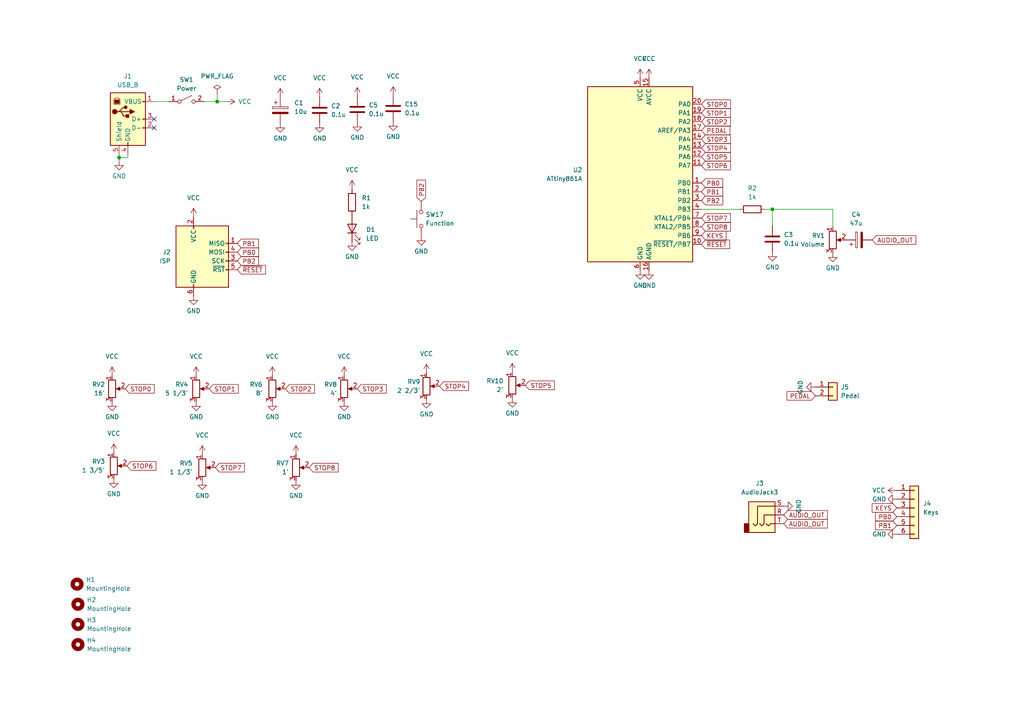
<source format=kicad_sch>
(kicad_sch (version 20211123) (generator eeschema)
  (paper "A4")
  (lib_symbols
    (symbol "Connector:AVR-ISP-6" (pin_names (offset 1.016))
      (property "Reference" "J" (at -6.35 11.43 0))
      (property "Value" "AVR-ISP-6" (at 0 11.43 0))
      (symbol "AVR-ISP-6_0_1"
        (rectangle (start -2.667 -6.858) (end -2.413 -7.62))
        (rectangle (start -2.667 10.16) (end -2.413 9.398))
        (rectangle (start 7.62 -2.413) (end 6.858 -2.667))
        (rectangle (start 7.62 0.127) (end 6.858 -0.127))
        (rectangle (start 7.62 2.667) (end 6.858 2.413))
        (rectangle (start 7.62 5.207) (end 6.858 4.953))
        (rectangle (start 7.62 10.16) (end -7.62 -7.62) (stroke (width 0.254)) (fill (type background)))
      )
      (symbol "AVR-ISP-6_1_1"
        (pin passive line (at 10.16 5.08 180) (length 2.54) (name "MISO") (number "1"))
        (pin passive line (at -2.54 12.7 270) (length 2.54) (name "VCC") (number "2"))
        (pin passive line (at 10.16 0 180) (length 2.54) (name "SCK") (number "3"))
        (pin passive line (at 10.16 2.54 180) (length 2.54) (name "MOSI") (number "4"))
        (pin passive line (at 10.16 -2.54 180) (length 2.54) (name "~{RST}") (number "5"))
        (pin passive line (at -2.54 -10.16 90) (length 2.54) (name "GND") (number "6"))
      )
    )
    (symbol "Connector:AudioJack3"
      (property "Reference" "J" (at 0 8.89 0))
      (property "Value" "AudioJack3" (at 0 6.35 0))
      (symbol "AudioJack3_0_1"
        (rectangle (start -5.08 -5.08) (end -6.35 -2.54) (stroke (width 0.254)) (fill (type outline)))
        (polyline (pts (xy 0 -2.54) (xy 0.635 -3.175) (xy 1.27 -2.54) (xy 2.54 -2.54)) (stroke (width 0.254)))
        (polyline (pts (xy -1.905 -2.54) (xy -1.27 -3.175) (xy -0.635 -2.54) (xy -0.635 0) (xy 2.54 0)) (stroke (width 0.254)))
        (polyline (pts (xy 2.54 2.54) (xy -2.54 2.54) (xy -2.54 -2.54) (xy -3.175 -3.175) (xy -3.81 -2.54)) (stroke (width 0.254)))
        (rectangle (start 2.54 3.81) (end -5.08 -5.08) (stroke (width 0.254)) (fill (type background)))
      )
      (symbol "AudioJack3_1_1"
        (pin passive line (at 5.08 0 180) (length 2.54) (name "~") (number "R"))
        (pin passive line (at 5.08 2.54 180) (length 2.54) (name "~") (number "S"))
        (pin passive line (at 5.08 -2.54 180) (length 2.54) (name "~") (number "T"))
      )
    )
    (symbol "Connector:USB_B" (pin_names (offset 1.016))
      (property "Reference" "J" (at -5.08 11.43 0))
      (property "Value" "USB_B" (at -5.08 8.89 0))
      (symbol "USB_B_0_1"
        (rectangle (start -5.08 -7.62) (end 5.08 7.62) (stroke (width 0.254)) (fill (type background)))
        (circle (center -3.81 2.159) (radius 0.635) (stroke (width 0.254)) (fill (type outline)))
        (rectangle (start -3.81 5.588) (end -2.54 4.572) (fill (type outline)))
        (circle (center -0.635 3.429) (radius 0.381) (stroke (width 0.254)) (fill (type outline)))
        (rectangle (start -0.127 -7.62) (end 0.127 -6.858))
        (polyline (pts (xy -1.905 2.159) (xy 0.635 2.159)) (stroke (width 0.254)))
        (polyline (pts (xy -3.175 2.159) (xy -2.54 2.159) (xy -1.27 3.429) (xy -0.635 3.429)) (stroke (width 0.254)))
        (polyline (pts (xy -2.54 2.159) (xy -1.905 2.159) (xy -1.27 0.889) (xy 0 0.889)) (stroke (width 0.254)))
        (polyline (pts (xy 0.635 2.794) (xy 0.635 1.524) (xy 1.905 2.159) (xy 0.635 2.794)) (stroke (width 0.254)) (fill (type outline)))
        (polyline (pts (xy -4.064 4.318) (xy -2.286 4.318) (xy -2.286 5.715) (xy -2.667 6.096) (xy -3.683 6.096) (xy -4.064 5.715) (xy -4.064 4.318)))
        (rectangle (start 0.254 1.27) (end -0.508 0.508) (stroke (width 0.254)) (fill (type outline)))
        (rectangle (start 5.08 -2.667) (end 4.318 -2.413))
        (rectangle (start 5.08 -0.127) (end 4.318 0.127))
        (rectangle (start 5.08 4.953) (end 4.318 5.207))
      )
      (symbol "USB_B_1_1"
        (pin power_out line (at 7.62 5.08 180) (length 2.54) (name "VBUS") (number "1"))
        (pin bidirectional line (at 7.62 -2.54 180) (length 2.54) (name "D-") (number "2"))
        (pin bidirectional line (at 7.62 0 180) (length 2.54) (name "D+") (number "3"))
        (pin power_out line (at 0 -10.16 90) (length 2.54) (name "GND") (number "4"))
        (pin passive line (at -2.54 -10.16 90) (length 2.54) (name "Shield") (number "5"))
      )
    )
    (symbol "Connector_Generic:Conn_01x02" (pin_names (offset 1.016) hide)
      (property "Reference" "J" (at 0 2.54 0))
      (property "Value" "Conn_01x02" (at 0 -5.08 0))
      (symbol "Conn_01x02_1_1"
        (rectangle (start -1.27 -2.413) (end 0 -2.667) (stroke (width 0.1524)))
        (rectangle (start -1.27 0.127) (end 0 -0.127) (stroke (width 0.1524)))
        (rectangle (start -1.27 1.27) (end 1.27 -3.81) (stroke (width 0.254)) (fill (type background)))
        (pin passive line (at -5.08 0 0) (length 3.81) (name "Pin_1") (number "1"))
        (pin passive line (at -5.08 -2.54 0) (length 3.81) (name "Pin_2") (number "2"))
      )
    )
    (symbol "Connector_Generic:Conn_01x06" (pin_names (offset 1.016) hide)
      (property "Reference" "J" (at 0 7.62 0))
      (property "Value" "Conn_01x06" (at 0 -10.16 0))
      (symbol "Conn_01x06_1_1"
        (rectangle (start -1.27 -7.493) (end 0 -7.747) (stroke (width 0.1524)))
        (rectangle (start -1.27 -4.953) (end 0 -5.207) (stroke (width 0.1524)))
        (rectangle (start -1.27 -2.413) (end 0 -2.667) (stroke (width 0.1524)))
        (rectangle (start -1.27 0.127) (end 0 -0.127) (stroke (width 0.1524)))
        (rectangle (start -1.27 2.667) (end 0 2.413) (stroke (width 0.1524)))
        (rectangle (start -1.27 5.207) (end 0 4.953) (stroke (width 0.1524)))
        (rectangle (start -1.27 6.35) (end 1.27 -8.89) (stroke (width 0.254)) (fill (type background)))
        (pin passive line (at -5.08 5.08 0) (length 3.81) (name "Pin_1") (number "1"))
        (pin passive line (at -5.08 2.54 0) (length 3.81) (name "Pin_2") (number "2"))
        (pin passive line (at -5.08 0 0) (length 3.81) (name "Pin_3") (number "3"))
        (pin passive line (at -5.08 -2.54 0) (length 3.81) (name "Pin_4") (number "4"))
        (pin passive line (at -5.08 -5.08 0) (length 3.81) (name "Pin_5") (number "5"))
        (pin passive line (at -5.08 -7.62 0) (length 3.81) (name "Pin_6") (number "6"))
      )
    )
    (symbol "Device:C" (pin_numbers hide) (pin_names (offset 0.254))
      (property "Reference" "C" (at 0.635 2.54 0))
      (property "Value" "C" (at 0.635 -2.54 0))
      (symbol "C_0_1"
        (polyline (pts (xy -2.032 -0.762) (xy 2.032 -0.762)) (stroke (width 0.508)))
        (polyline (pts (xy -2.032 0.762) (xy 2.032 0.762)) (stroke (width 0.508)))
      )
      (symbol "C_1_1"
        (pin passive line (at 0 3.81 270) (length 2.794) (name "~") (number "1"))
        (pin passive line (at 0 -3.81 90) (length 2.794) (name "~") (number "2"))
      )
    )
    (symbol "Device:C_Polarized" (pin_numbers hide) (pin_names (offset 0.254))
      (property "Reference" "C" (at 0.635 2.54 0))
      (property "Value" "C_Polarized" (at 0.635 -2.54 0))
      (symbol "C_Polarized_0_1"
        (rectangle (start -2.286 0.508) (end 2.286 1.016))
        (polyline (pts (xy -1.778 2.286) (xy -0.762 2.286)))
        (polyline (pts (xy -1.27 2.794) (xy -1.27 1.778)))
        (rectangle (start 2.286 -0.508) (end -2.286 -1.016) (fill (type outline)))
      )
      (symbol "C_Polarized_1_1"
        (pin passive line (at 0 3.81 270) (length 2.794) (name "~") (number "1"))
        (pin passive line (at 0 -3.81 90) (length 2.794) (name "~") (number "2"))
      )
    )
    (symbol "Device:LED" (pin_numbers hide) (pin_names (offset 1.016) hide)
      (property "Reference" "D" (at 0 2.54 0))
      (property "Value" "LED" (at 0 -2.54 0))
      (symbol "LED_0_1"
        (polyline (pts (xy -1.27 -1.27) (xy -1.27 1.27)) (stroke (width 0.254)))
        (polyline (pts (xy -1.27 0) (xy 1.27 0)))
        (polyline (pts (xy 1.27 -1.27) (xy 1.27 1.27) (xy -1.27 0) (xy 1.27 -1.27)) (stroke (width 0.254)))
        (polyline (pts (xy -3.048 -0.762) (xy -4.572 -2.286) (xy -3.81 -2.286) (xy -4.572 -2.286) (xy -4.572 -1.524)))
        (polyline (pts (xy -1.778 -0.762) (xy -3.302 -2.286) (xy -2.54 -2.286) (xy -3.302 -2.286) (xy -3.302 -1.524)))
      )
      (symbol "LED_1_1"
        (pin passive line (at -3.81 0 0) (length 2.54) (name "K") (number "1"))
        (pin passive line (at 3.81 0 180) (length 2.54) (name "A") (number "2"))
      )
    )
    (symbol "Device:R" (pin_numbers hide) (pin_names (offset 0))
      (property "Reference" "R" (at 2.032 0 90))
      (property "Value" "R" (at 0 0 90))
      (symbol "R_0_1"
        (rectangle (start -1.016 -2.54) (end 1.016 2.54) (stroke (width 0.254)))
      )
      (symbol "R_1_1"
        (pin passive line (at 0 3.81 270) (length 1.27) (name "~") (number "1"))
        (pin passive line (at 0 -3.81 90) (length 1.27) (name "~") (number "2"))
      )
    )
    (symbol "Device:R_Potentiometer" (pin_names (offset 1.016) hide)
      (property "Reference" "RV" (at -4.445 0 90))
      (property "Value" "R_Potentiometer" (at -2.54 0 90))
      (symbol "R_Potentiometer_0_1"
        (polyline (pts (xy 2.54 0) (xy 1.524 0)))
        (polyline (pts (xy 1.143 0) (xy 2.286 0.508) (xy 2.286 -0.508) (xy 1.143 0)) (fill (type outline)))
        (rectangle (start 1.016 2.54) (end -1.016 -2.54) (stroke (width 0.254)))
      )
      (symbol "R_Potentiometer_1_1"
        (pin passive line (at 0 3.81 270) (length 1.27) (name "1") (number "1"))
        (pin passive line (at 3.81 0 180) (length 1.27) (name "2") (number "2"))
        (pin passive line (at 0 -3.81 90) (length 1.27) (name "3") (number "3"))
      )
    )
    (symbol "MCU_Microchip_ATtiny:ATtiny861A-P"
      (property "Reference" "U" (at -15.24 26.67 0))
      (property "Value" "ATtiny861A-P" (at 5.08 -26.67 0))
      (symbol "ATtiny861A-P_0_1"
        (rectangle (start -15.24 -25.4) (end 15.24 25.4) (stroke (width 0.254)) (fill (type background)))
      )
      (symbol "ATtiny861A-P_1_1"
        (pin bidirectional line (at 17.78 -2.54 180) (length 2.54) (name "PB0") (number "1"))
        (pin bidirectional line (at 17.78 -20.32 180) (length 2.54) (name "~{RESET}/PB7") (number "10"))
        (pin bidirectional line (at 17.78 2.54 180) (length 2.54) (name "PA7") (number "11"))
        (pin bidirectional line (at 17.78 5.08 180) (length 2.54) (name "PA6") (number "12"))
        (pin bidirectional line (at 17.78 7.62 180) (length 2.54) (name "PA5") (number "13"))
        (pin bidirectional line (at 17.78 10.16 180) (length 2.54) (name "PA4") (number "14"))
        (pin power_in line (at 2.54 27.94 270) (length 2.54) (name "AVCC") (number "15"))
        (pin power_in line (at 2.54 -27.94 90) (length 2.54) (name "AGND") (number "16"))
        (pin bidirectional line (at 17.78 12.7 180) (length 2.54) (name "AREF/PA3") (number "17"))
        (pin bidirectional line (at 17.78 15.24 180) (length 2.54) (name "PA2") (number "18"))
        (pin bidirectional line (at 17.78 17.78 180) (length 2.54) (name "PA1") (number "19"))
        (pin bidirectional line (at 17.78 -5.08 180) (length 2.54) (name "PB1") (number "2"))
        (pin bidirectional line (at 17.78 20.32 180) (length 2.54) (name "PA0") (number "20"))
        (pin bidirectional line (at 17.78 -7.62 180) (length 2.54) (name "PB2") (number "3"))
        (pin bidirectional line (at 17.78 -10.16 180) (length 2.54) (name "PB3") (number "4"))
        (pin power_in line (at 0 27.94 270) (length 2.54) (name "VCC") (number "5"))
        (pin power_in line (at 0 -27.94 90) (length 2.54) (name "GND") (number "6"))
        (pin bidirectional line (at 17.78 -12.7 180) (length 2.54) (name "XTAL1/PB4") (number "7"))
        (pin bidirectional line (at 17.78 -15.24 180) (length 2.54) (name "XTAL2/PB5") (number "8"))
        (pin bidirectional line (at 17.78 -17.78 180) (length 2.54) (name "PB6") (number "9"))
      )
    )
    (symbol "Mechanical:MountingHole" (pin_names (offset 1.016))
      (property "Reference" "H" (at 0 5.08 0))
      (property "Value" "MountingHole" (at 0 3.175 0))
      (symbol "MountingHole_0_1"
        (circle (center 0 0) (radius 1.27) (stroke (width 1.27)))
      )
    )
    (symbol "Switch:SW_Push" (pin_numbers hide) (pin_names (offset 1.016) hide)
      (property "Reference" "SW" (at 1.27 2.54 0))
      (property "Value" "SW_Push" (at 0 -1.524 0))
      (symbol "SW_Push_0_1"
        (circle (center -2.032 0) (radius 0.508))
        (polyline (pts (xy 0 1.27) (xy 0 3.048)))
        (polyline (pts (xy 2.54 1.27) (xy -2.54 1.27)))
        (circle (center 2.032 0) (radius 0.508))
        (pin passive line (at -5.08 0 0) (length 2.54) (name "1") (number "1"))
        (pin passive line (at 5.08 0 180) (length 2.54) (name "2") (number "2"))
      )
    )
    (symbol "Switch:SW_SPST" (pin_names (offset 0) hide)
      (property "Reference" "SW" (at 0 3.175 0))
      (property "Value" "SW_SPST" (at 0 -2.54 0))
      (symbol "SW_SPST_0_0"
        (circle (center -2.032 0) (radius 0.508))
        (polyline (pts (xy -1.524 0.254) (xy 1.524 1.778)))
        (circle (center 2.032 0) (radius 0.508))
      )
      (symbol "SW_SPST_1_1"
        (pin passive line (at -5.08 0 0) (length 2.54) (name "A") (number "1"))
        (pin passive line (at 5.08 0 180) (length 2.54) (name "B") (number "2"))
      )
    )
    (symbol "power:GND" (power) (pin_names (offset 0))
      (property "Value" "GND" (at 0 -3.81 0))
      (symbol "GND_0_1"
        (polyline (pts (xy 0 0) (xy 0 -1.27) (xy 1.27 -1.27) (xy 0 -2.54) (xy -1.27 -1.27) (xy 0 -1.27)))
      )
      (symbol "GND_1_1"
        (pin power_in line (at 0 0 270) (length 0) hide (name "GND") (number "1"))
      )
    )
    (symbol "power:PWR_FLAG" (power) (pin_numbers hide) (pin_names (offset 0) hide)
      (property "Value" "PWR_FLAG" (at 0 3.81 0))
      (symbol "PWR_FLAG_0_0"
        (pin power_out line (at 0 0 90) (length 0) (name "pwr") (number "1"))
      )
      (symbol "PWR_FLAG_0_1"
        (polyline (pts (xy 0 0) (xy 0 1.27) (xy -1.016 1.905) (xy 0 2.54) (xy 1.016 1.905) (xy 0 1.27)))
      )
    )
    (symbol "power:VCC" (power) (pin_names (offset 0))
      (property "Value" "VCC" (at 0 3.81 0))
      (symbol "VCC_0_1"
        (polyline (pts (xy -0.762 1.27) (xy 0 2.54)))
        (polyline (pts (xy 0 0) (xy 0 2.54)))
        (polyline (pts (xy 0 2.54) (xy 0.762 1.27)))
      )
      (symbol "VCC_1_1"
        (pin power_in line (at 0 0 90) (length 0) hide (name "VCC") (number "1"))
      )
    )
  )
  (junction (at 34.544 45.72))
  (junction (at 224.028 60.706))
  (junction (at 62.992 29.464))
  (no_connect (at 44.704 37.084))
  (no_connect (at 44.704 34.544))
  (wire (pts (xy 59.182 29.464) (xy 62.992 29.464)))
  (wire (pts (xy 34.544 45.72) (xy 37.084 45.72)))
  (wire (pts (xy 241.554 60.706) (xy 241.554 65.786)))
  (wire (pts (xy 221.996 60.706) (xy 224.028 60.706)))
  (wire (pts (xy 34.544 44.704) (xy 34.544 45.72)))
  (wire (pts (xy 224.028 65.532) (xy 224.028 60.706)))
  (wire (pts (xy 37.084 45.72) (xy 37.084 44.704)))
  (wire (pts (xy 34.544 45.72) (xy 34.544 46.736)))
  (wire (pts (xy 62.992 29.464) (xy 65.532 29.464)))
  (wire (pts (xy 44.704 29.464) (xy 49.022 29.464)))
  (wire (pts (xy 224.028 60.706) (xy 241.554 60.706)))
  (wire (pts (xy 203.454 60.706) (xy 214.376 60.706)))
  (wire (pts (xy 62.992 27.178) (xy 62.992 29.464)))
  (global_label "PB2" (shape input) (at 68.834 75.692 0) (property "Intersheet References" "${INTERSHEET_REFS}" (effects hide)))
  (global_label "KEYS" (shape input) (at 260.096 147.32 180) (property "Intersheet References" "${INTERSHEET_REFS}" (effects hide)))
  (global_label "PEDAL" (shape input) (at 203.454 37.846 0) (property "Intersheet References" "${INTERSHEET_REFS}" (effects hide)))
  (global_label "STOP3" (shape input) (at 103.632 112.776 0) (property "Intersheet References" "${INTERSHEET_REFS}" (effects hide)))
  (global_label "STOP2" (shape input) (at 82.804 112.776 0) (property "Intersheet References" "${INTERSHEET_REFS}" (effects hide)))
  (global_label "STOP1" (shape input) (at 203.454 32.766 0) (property "Intersheet References" "${INTERSHEET_REFS}" (effects hide)))
  (global_label "PEDAL" (shape input) (at 236.474 114.808 180) (property "Intersheet References" "${INTERSHEET_REFS}" (effects hide)))
  (global_label "STOP2" (shape input) (at 203.454 35.306 0) (property "Intersheet References" "${INTERSHEET_REFS}" (effects hide)))
  (global_label "STOP1" (shape input) (at 60.706 112.776 0) (property "Intersheet References" "${INTERSHEET_REFS}" (effects hide)))
  (global_label "PB2" (shape input) (at 122.174 58.42 90) (property "Intersheet References" "${INTERSHEET_REFS}" (effects hide)))
  (global_label "PB0" (shape input) (at 203.454 53.086 0) (property "Intersheet References" "${INTERSHEET_REFS}" (effects hide)))
  (global_label "PB1" (shape input) (at 68.834 70.612 0) (property "Intersheet References" "${INTERSHEET_REFS}" (effects hide)))
  (global_label "STOP0" (shape input) (at 203.454 30.226 0) (property "Intersheet References" "${INTERSHEET_REFS}" (effects hide)))
  (global_label "~{RESET}" (shape input) (at 203.454 70.866 0) (property "Intersheet References" "${INTERSHEET_REFS}" (effects hide)))
  (global_label "STOP6" (shape input) (at 36.83 135.128 0) (property "Intersheet References" "${INTERSHEET_REFS}" (effects hide)))
  (global_label "STOP4" (shape input) (at 127.508 112.014 0) (property "Intersheet References" "${INTERSHEET_REFS}" (effects hide)))
  (global_label "STOP8" (shape input) (at 203.454 65.786 0) (property "Intersheet References" "${INTERSHEET_REFS}" (effects hide)))
  (global_label "STOP6" (shape input) (at 203.454 48.006 0) (property "Intersheet References" "${INTERSHEET_REFS}" (effects hide)))
  (global_label "STOP3" (shape input) (at 203.454 40.386 0) (property "Intersheet References" "${INTERSHEET_REFS}" (effects hide)))
  (global_label "AUDIO_OUT" (shape input) (at 227.33 151.892 0) (property "Intersheet References" "${INTERSHEET_REFS}" (effects hide)))
  (global_label "KEYS" (shape input) (at 203.454 68.326 0) (property "Intersheet References" "${INTERSHEET_REFS}" (effects hide)))
  (global_label "PB1" (shape input) (at 203.454 55.626 0) (property "Intersheet References" "${INTERSHEET_REFS}" (effects hide)))
  (global_label "STOP5" (shape input) (at 203.454 45.466 0) (property "Intersheet References" "${INTERSHEET_REFS}" (effects hide)))
  (global_label "PB0" (shape input) (at 68.834 73.152 0) (property "Intersheet References" "${INTERSHEET_REFS}" (effects hide)))
  (global_label "STOP8" (shape input) (at 89.662 135.636 0) (property "Intersheet References" "${INTERSHEET_REFS}" (effects hide)))
  (global_label "PB2" (shape input) (at 203.454 58.166 0) (property "Intersheet References" "${INTERSHEET_REFS}" (effects hide)))
  (global_label "PB0" (shape input) (at 260.096 149.86 180) (property "Intersheet References" "${INTERSHEET_REFS}" (effects hide)))
  (global_label "STOP5" (shape input) (at 152.4 111.76 0) (property "Intersheet References" "${INTERSHEET_REFS}" (effects hide)))
  (global_label "STOP0" (shape input) (at 36.322 112.776 0) (property "Intersheet References" "${INTERSHEET_REFS}" (effects hide)))
  (global_label "STOP7" (shape input) (at 62.484 135.636 0) (property "Intersheet References" "${INTERSHEET_REFS}" (effects hide)))
  (global_label "AUDIO_OUT" (shape input) (at 252.984 69.596 0) (property "Intersheet References" "${INTERSHEET_REFS}" (effects hide)))
  (global_label "STOP7" (shape input) (at 203.454 63.246 0) (property "Intersheet References" "${INTERSHEET_REFS}" (effects hide)))
  (global_label "~{RESET}" (shape input) (at 68.834 78.232 0) (property "Intersheet References" "${INTERSHEET_REFS}" (effects hide)))
  (global_label "STOP4" (shape input) (at 203.454 42.926 0) (property "Intersheet References" "${INTERSHEET_REFS}" (effects hide)))
  (global_label "PB1" (shape input) (at 260.096 152.4 180) (property "Intersheet References" "${INTERSHEET_REFS}" (effects hide)))
  (global_label "AUDIO_OUT" (shape input) (at 227.33 149.352 0) (property "Intersheet References" "${INTERSHEET_REFS}" (effects hide)))
  (symbol (lib_id "power:VCC") (at 85.852 131.826 0) (unit 1)
    (property "Reference" "#PWR014" (effects hide))
    (property "Value" "VCC" (at 85.852 126.238 0))
  )
  (symbol (lib_id "power:GND") (at 81.28 35.814 0) (unit 1)
    (property "Reference" "#PWR0111" (effects hide))
    (property "Value" "GND" (at 79.248 40.132 0) (effects (justify left)))
  )
  (symbol (lib_id "power:GND") (at 148.59 115.57 0) (unit 1)
    (property "Reference" "#PWR021" (effects hide))
    (property "Value" "GND" (at 146.558 119.888 0) (effects (justify left)))
  )
  (symbol (lib_id "power:VCC") (at 32.512 108.966 0) (unit 1)
    (property "Reference" "#PWR0115" (effects hide))
    (property "Value" "VCC" (at 32.512 103.378 0))
  )
  (symbol (lib_id "power:GND") (at 99.822 116.586 0) (unit 1)
    (property "Reference" "#PWR017" (effects hide))
    (property "Value" "GND" (at 97.79 120.904 0) (effects (justify left)))
  )
  (symbol (lib_id "power:VCC") (at 260.096 142.24 90) (unit 1)
    (property "Reference" "#PWR0113" (effects hide))
    (property "Value" "VCC" (at 252.984 142.24 90) (effects (justify right)))
  )
  (symbol (lib_id "Device:C") (at 224.028 69.342 0) (unit 1)
    (property "Reference" "C3" (at 227.33 68.0719 0) (effects (justify left)))
    (property "Value" "0.1u" (at 227.33 70.6119 0) (effects (justify left)))
    (property "Footprint" "Capacitor_THT:C_Disc_D3.0mm_W2.0mm_P2.50mm" (effects hide))
    (property "LCSC" "C49678" (effects hide))
  )
  (symbol (lib_id "power:GND") (at 92.71 35.814 0) (unit 1)
    (property "Reference" "#PWR0112" (effects hide))
    (property "Value" "GND" (at 90.678 40.132 0) (effects (justify left)))
  )
  (symbol (lib_id "power:VCC") (at 81.28 28.194 0) (unit 1)
    (property "Reference" "#PWR0110" (effects hide))
    (property "Value" "VCC" (at 81.28 22.606 0))
  )
  (symbol (lib_id "power:GND") (at 85.852 139.446 0) (unit 1)
    (property "Reference" "#PWR015" (effects hide))
    (property "Value" "GND" (at 83.82 143.764 0) (effects (justify left)))
  )
  (symbol (lib_id "power:VCC") (at 188.214 22.606 0) (unit 1)
    (property "Reference" "#PWR0119" (effects hide))
    (property "Value" "VCC" (at 188.214 17.018 0))
  )
  (symbol (lib_id "power:VCC") (at 56.896 108.966 0) (unit 1)
    (property "Reference" "#PWR06" (effects hide))
    (property "Value" "VCC" (at 56.896 103.378 0))
  )
  (symbol (lib_id "power:VCC") (at 78.994 108.966 0) (unit 1)
    (property "Reference" "#PWR012" (effects hide))
    (property "Value" "VCC" (at 78.994 103.378 0))
  )
  (symbol (lib_id "Device:R_Potentiometer") (at 33.02 135.128 0) (unit 1)
    (property "Reference" "RV3" (at 30.48 133.8579 0) (effects (justify right)))
    (property "Value" "1 3/5'" (at 30.48 136.3979 0) (effects (justify right)))
    (property "Footprint" "Potentiometer_THT:Potentiometer_Bourns_PTA3043_Single_Slide" (effects hide))
  )
  (symbol (lib_id "Device:R") (at 102.108 58.674 0) (unit 1)
    (property "Reference" "R1" (at 104.902 57.4039 0) (effects (justify left)))
    (property "Value" "1k" (at 104.902 59.9439 0) (effects (justify left)))
    (property "Footprint" "Resistor_THT:R_Axial_DIN0309_L9.0mm_D3.2mm_P15.24mm_Horizontal" (effects hide))
    (property "LCSC" "C17513" (effects hide))
  )
  (symbol (lib_id "power:GND") (at 185.674 78.486 0) (unit 1)
    (property "Reference" "#PWR0118" (effects hide))
    (property "Value" "GND" (at 183.642 82.804 0) (effects (justify left)))
  )
  (symbol (lib_id "Device:LED") (at 102.108 66.294 90) (unit 1)
    (property "Reference" "D1" (at 106.172 66.6114 90) (effects (justify right)))
    (property "Value" "LED" (at 106.172 69.1514 90) (effects (justify right)))
    (property "Footprint" "LED_THT:LED_D3.0mm" (effects hide))
    (property "LCSC" "C2297" (effects hide))
  )
  (symbol (lib_id "power:GND") (at 34.544 46.736 0) (unit 1)
    (property "Reference" "#PWR0106" (effects hide))
    (property "Value" "GND" (at 32.512 51.054 0) (effects (justify left)))
  )
  (symbol (lib_id "Device:C_Polarized") (at 249.174 69.596 90) (unit 1)
    (property "Reference" "C4" (at 248.285 62.23 90))
    (property "Value" "47u" (at 248.285 64.77 90))
    (property "Footprint" "Capacitor_THT:CP_Radial_D5.0mm_P2.00mm" (effects hide))
    (property "LCSC" "C15850" (effects hide))
  )
  (symbol (lib_id "Mechanical:MountingHole") (at 22.352 169.418 0) (unit 1)
    (property "Reference" "H1" (at 24.892 168.1479 0) (effects (justify left)))
    (property "Value" "MountingHole" (at 24.892 170.6879 0) (effects (justify left)))
    (property "Footprint" "MountingHole:MountingHole_3.2mm_M3" (effects hide))
  )
  (symbol (lib_id "Device:R_Potentiometer") (at 56.896 112.776 0) (unit 1)
    (property "Reference" "RV4" (at 54.61 111.5059 0) (effects (justify right)))
    (property "Value" "5 1/3'" (at 54.61 114.0459 0) (effects (justify right)))
    (property "Footprint" "Potentiometer_THT:Potentiometer_Bourns_PTA3043_Single_Slide" (effects hide))
  )
  (symbol (lib_id "power:VCC") (at 185.674 22.606 0) (unit 1)
    (property "Reference" "#PWR0120" (effects hide))
    (property "Value" "VCC" (at 185.674 17.018 0))
  )
  (symbol (lib_id "Device:R_Potentiometer") (at 99.822 112.776 0) (unit 1)
    (property "Reference" "RV8" (at 97.79 111.5059 0) (effects (justify right)))
    (property "Value" "4'" (at 97.79 114.0459 0) (effects (justify right)))
    (property "Footprint" "Potentiometer_THT:Potentiometer_Bourns_PTA3043_Single_Slide" (effects hide))
  )
  (symbol (lib_id "power:GND") (at 33.02 138.938 0) (unit 1)
    (property "Reference" "#PWR05" (effects hide))
    (property "Value" "GND" (at 30.988 143.256 0) (effects (justify left)))
  )
  (symbol (lib_id "power:GND") (at 56.896 116.586 0) (unit 1)
    (property "Reference" "#PWR07" (effects hide))
    (property "Value" "GND" (at 54.864 120.904 0) (effects (justify left)))
  )
  (symbol (lib_id "power:VCC") (at 103.632 27.94 0) (unit 1)
    (property "Reference" "#PWR09" (effects hide))
    (property "Value" "VCC" (at 103.632 22.352 0))
  )
  (symbol (lib_id "Switch:SW_Push") (at 122.174 63.5 90) (unit 1)
    (property "Reference" "SW17" (at 123.444 62.2299 90) (effects (justify right)))
    (property "Value" "Function" (at 123.444 64.7699 90) (effects (justify right)))
    (property "Footprint" "Button_Switch_THT:SW_PUSH_6mm" (effects hide))
  )
  (symbol (lib_id "Mechanical:MountingHole") (at 22.606 186.944 0) (unit 1)
    (property "Reference" "H4" (at 25.146 185.6739 0) (effects (justify left)))
    (property "Value" "MountingHole" (at 25.146 188.2139 0) (effects (justify left)))
    (property "Footprint" "MountingHole:MountingHole_3.2mm_M3" (effects hide))
  )
  (symbol (lib_id "power:GND") (at 56.134 85.852 0) (unit 1)
    (property "Reference" "#PWR0104" (effects hide))
    (property "Value" "GND" (at 54.102 90.17 0) (effects (justify left)))
  )
  (symbol (lib_id "power:VCC") (at 114.046 27.686 0) (unit 1)
    (property "Reference" "#PWR032" (effects hide))
    (property "Value" "VCC" (at 114.046 22.098 0))
  )
  (symbol (lib_id "power:GND") (at 260.096 154.94 270) (unit 1)
    (property "Reference" "#PWR024" (effects hide))
    (property "Value" "GND" (at 252.984 154.94 90) (effects (justify left)))
  )
  (symbol (lib_id "power:GND") (at 103.632 35.56 0) (unit 1)
    (property "Reference" "#PWR010" (effects hide))
    (property "Value" "GND" (at 101.6 39.878 0) (effects (justify left)))
  )
  (symbol (lib_id "Device:C_Polarized") (at 81.28 32.004 0) (unit 1)
    (property "Reference" "C1" (at 85.344 29.8449 0) (effects (justify left)))
    (property "Value" "10u" (at 85.344 32.3849 0) (effects (justify left)))
    (property "Footprint" "Capacitor_THT:CP_Radial_D5.0mm_P2.00mm" (effects hide))
    (property "LCSC" "C15850" (effects hide))
  )
  (symbol (lib_id "Device:R_Potentiometer") (at 58.674 135.636 0) (unit 1)
    (property "Reference" "RV5" (at 55.88 134.3659 0) (effects (justify right)))
    (property "Value" "1 1/3'" (at 55.88 136.9059 0) (effects (justify right)))
    (property "Footprint" "Potentiometer_THT:Potentiometer_Bourns_PTA3043_Single_Slide" (effects hide))
  )
  (symbol (lib_id "power:VCC") (at 33.02 131.318 0) (unit 1)
    (property "Reference" "#PWR01" (effects hide))
    (property "Value" "VCC" (at 33.02 125.73 0))
  )
  (symbol (lib_id "power:VCC") (at 102.108 54.864 0) (unit 1)
    (property "Reference" "#PWR0103" (effects hide))
    (property "Value" "VCC" (at 102.108 49.276 0))
  )
  (symbol (lib_id "Device:R_Potentiometer") (at 32.512 112.776 0) (unit 1)
    (property "Reference" "RV2" (at 30.48 111.5059 0) (effects (justify right)))
    (property "Value" "16'" (at 30.48 114.0459 0) (effects (justify right)))
    (property "Footprint" "Potentiometer_THT:Potentiometer_Bourns_PTA3043_Single_Slide" (effects hide))
  )
  (symbol (lib_id "power:PWR_FLAG") (at 62.992 27.178 0) (unit 1)
    (property "Reference" "#FLG01" (effects hide))
    (property "Value" "PWR_FLAG" (at 62.992 22.098 0))
  )
  (symbol (lib_id "power:GND") (at 122.174 68.58 0) (unit 1)
    (property "Reference" "#PWR0142" (effects hide))
    (property "Value" "GND" (at 120.142 72.898 0) (effects (justify left)))
  )
  (symbol (lib_id "power:GND") (at 58.674 139.446 0) (unit 1)
    (property "Reference" "#PWR011" (effects hide))
    (property "Value" "GND" (at 56.642 143.764 0) (effects (justify left)))
  )
  (symbol (lib_id "Device:C") (at 92.71 32.004 0) (unit 1)
    (property "Reference" "C2" (at 96.012 30.7339 0) (effects (justify left)))
    (property "Value" "0.1u" (at 96.012 33.2739 0) (effects (justify left)))
    (property "Footprint" "Capacitor_THT:C_Disc_D3.0mm_W2.0mm_P2.50mm" (effects hide))
    (property "LCSC" "C49678" (effects hide))
  )
  (symbol (lib_id "Connector:USB_B") (at 37.084 34.544 0) (unit 1)
    (property "Reference" "J1" (at 37.084 22.098 0))
    (property "Value" "USB_B" (at 37.084 24.638 0))
    (property "Footprint" "Connector_USB:USB_B_OST_USB-B1HSxx_Horizontal" (effects hide))
    (property "Datasheet" " ~" (effects hide))
  )
  (symbol (lib_id "Device:R_Potentiometer") (at 123.698 112.014 0) (unit 1)
    (property "Reference" "RV9" (at 121.92 110.7439 0) (effects (justify right)))
    (property "Value" "2 2/3'" (at 121.92 113.2839 0) (effects (justify right)))
    (property "Footprint" "Potentiometer_THT:Potentiometer_Bourns_PTA3043_Single_Slide" (effects hide))
  )
  (symbol (lib_id "power:GND") (at 32.512 116.586 0) (unit 1)
    (property "Reference" "#PWR0102" (effects hide))
    (property "Value" "GND" (at 30.48 120.904 0) (effects (justify left)))
  )
  (symbol (lib_id "Device:R_Potentiometer") (at 148.59 111.76 0) (unit 1)
    (property "Reference" "RV10" (at 146.05 110.4899 0) (effects (justify right)))
    (property "Value" "2'" (at 146.05 113.0299 0) (effects (justify right)))
    (property "Footprint" "Potentiometer_THT:Potentiometer_Bourns_PTA3043_Single_Slide" (effects hide))
  )
  (symbol (lib_id "Device:C") (at 103.632 31.75 0) (unit 1)
    (property "Reference" "C5" (at 106.934 30.4799 0) (effects (justify left)))
    (property "Value" "0.1u" (at 106.934 33.0199 0) (effects (justify left)))
    (property "Footprint" "Capacitor_THT:C_Disc_D3.0mm_W2.0mm_P2.50mm" (effects hide))
    (property "LCSC" "C49678" (effects hide))
  )
  (symbol (lib_id "Connector:AVR-ISP-6") (at 58.674 75.692 0) (unit 1)
    (property "Reference" "J2" (at 49.53 73.1519 0) (effects (justify right)))
    (property "Value" "ISP" (at 49.53 75.6919 0) (effects (justify right)))
    (property "Footprint" "Connector_IDC:IDC-Header_2x03_P2.54mm_Vertical" (effects hide))
    (property "Datasheet" " ~" (effects hide))
  )
  (symbol (lib_id "power:GND") (at 188.214 78.486 0) (unit 1)
    (property "Reference" "#PWR0117" (effects hide))
    (property "Value" "GND" (at 186.182 82.804 0) (effects (justify left)))
  )
  (symbol (lib_id "power:GND") (at 241.554 73.406 0) (unit 1)
    (property "Reference" "#PWR0116" (effects hide))
    (property "Value" "GND" (at 239.522 77.724 0) (effects (justify left)))
  )
  (symbol (lib_id "power:VCC") (at 65.532 29.464 270) (unit 1)
    (property "Reference" "#PWR0108" (effects hide))
    (property "Value" "VCC" (at 69.088 29.4639 90) (effects (justify left)))
  )
  (symbol (lib_id "power:GND") (at 227.33 146.812 90) (unit 1)
    (property "Reference" "#PWR0101" (effects hide))
    (property "Value" "GND" (at 231.648 148.844 0) (effects (justify left)))
  )
  (symbol (lib_id "power:GND") (at 114.046 35.306 0) (unit 1)
    (property "Reference" "#PWR033" (effects hide))
    (property "Value" "GND" (at 112.014 39.624 0) (effects (justify left)))
  )
  (symbol (lib_id "Connector:AudioJack3") (at 222.25 149.352 0) (unit 1)
    (property "Reference" "J3" (at 220.345 140.208 0))
    (property "Value" "AudioJack3" (at 220.345 142.748 0))
    (property "Footprint" "Connector_Audio:Jack_3.5mm_CUI_SJ1-3523N_Horizontal" (effects hide))
  )
  (symbol (lib_id "Connector_Generic:Conn_01x06") (at 265.176 147.32 0) (unit 1)
    (property "Reference" "J4" (at 267.716 146.0499 0) (effects (justify left)))
    (property "Value" "Keys" (at 267.716 148.5899 0) (effects (justify left)))
    (property "Footprint" "Connector_PinHeader_2.54mm:PinHeader_1x06_P2.54mm_Vertical" (effects hide))
  )
  (symbol (lib_id "power:VCC") (at 123.698 108.204 0) (unit 1)
    (property "Reference" "#PWR018" (effects hide))
    (property "Value" "VCC" (at 123.698 102.616 0))
  )
  (symbol (lib_id "power:VCC") (at 92.71 28.194 0) (unit 1)
    (property "Reference" "#PWR0109" (effects hide))
    (property "Value" "VCC" (at 92.71 22.606 0))
  )
  (symbol (lib_id "power:VCC") (at 99.822 108.966 0) (unit 1)
    (property "Reference" "#PWR016" (effects hide))
    (property "Value" "VCC" (at 99.822 103.378 0))
  )
  (symbol (lib_id "MCU_Microchip_ATtiny:ATtiny861A-P") (at 185.674 50.546 0) (unit 1)
    (property "Reference" "U2" (at 168.91 49.2759 0) (effects (justify right)))
    (property "Value" "ATtiny861A" (at 168.91 51.8159 0) (effects (justify right)))
    (property "Footprint" "Package_DIP:DIP-20_W7.62mm" (effects hide))
    (property "Datasheet" "http://ww1.microchip.com/downloads/en/DeviceDoc/doc8197.pdf" (effects hide))
  )
  (symbol (lib_id "Mechanical:MountingHole") (at 22.606 175.26 0) (unit 1)
    (property "Reference" "H2" (at 25.146 173.9899 0) (effects (justify left)))
    (property "Value" "MountingHole" (at 25.146 176.5299 0) (effects (justify left)))
    (property "Footprint" "MountingHole:MountingHole_3.2mm_M3" (effects hide))
  )
  (symbol (lib_id "Device:R") (at 218.186 60.706 90) (unit 1)
    (property "Reference" "R2" (at 218.186 54.61 90))
    (property "Value" "1k" (at 218.186 57.15 90))
    (property "Footprint" "Resistor_THT:R_Axial_DIN0309_L9.0mm_D3.2mm_P15.24mm_Horizontal" (effects hide))
    (property "LCSC" "C17513" (effects hide))
  )
  (symbol (lib_id "power:GND") (at 78.994 116.586 0) (unit 1)
    (property "Reference" "#PWR013" (effects hide))
    (property "Value" "GND" (at 76.962 120.904 0) (effects (justify left)))
  )
  (symbol (lib_id "Device:C") (at 114.046 31.496 0) (unit 1)
    (property "Reference" "C15" (at 117.348 30.2259 0) (effects (justify left)))
    (property "Value" "0.1u" (at 117.348 32.7659 0) (effects (justify left)))
    (property "Footprint" "Capacitor_THT:C_Disc_D3.0mm_W2.0mm_P2.50mm" (effects hide))
    (property "LCSC" "C49678" (effects hide))
  )
  (symbol (lib_id "power:GND") (at 236.474 112.268 270) (unit 1)
    (property "Reference" "#PWR0107" (effects hide))
    (property "Value" "GND" (at 232.156 110.236 0) (effects (justify left)))
  )
  (symbol (lib_id "power:VCC") (at 148.59 107.95 0) (unit 1)
    (property "Reference" "#PWR020" (effects hide))
    (property "Value" "VCC" (at 148.59 102.362 0))
  )
  (symbol (lib_id "power:GND") (at 260.096 144.78 270) (unit 1)
    (property "Reference" "#PWR0114" (effects hide))
    (property "Value" "GND" (at 252.984 144.78 90) (effects (justify left)))
  )
  (symbol (lib_id "Device:R_Potentiometer") (at 85.852 135.636 0) (unit 1)
    (property "Reference" "RV7" (at 83.82 134.3659 0) (effects (justify right)))
    (property "Value" "1'" (at 83.82 136.9059 0) (effects (justify right)))
    (property "Footprint" "Potentiometer_THT:Potentiometer_Bourns_PTA3043_Single_Slide" (effects hide))
  )
  (symbol (lib_id "power:VCC") (at 58.674 131.826 0) (unit 1)
    (property "Reference" "#PWR08" (effects hide))
    (property "Value" "VCC" (at 58.674 126.238 0))
  )
  (symbol (lib_id "power:VCC") (at 56.134 62.992 0) (unit 1)
    (property "Reference" "#PWR0105" (effects hide))
    (property "Value" "VCC" (at 56.134 57.404 0))
  )
  (symbol (lib_id "power:GND") (at 123.698 115.824 0) (unit 1)
    (property "Reference" "#PWR019" (effects hide))
    (property "Value" "GND" (at 121.666 120.142 0) (effects (justify left)))
  )
  (symbol (lib_id "power:GND") (at 224.028 73.152 0) (unit 1)
    (property "Reference" "#PWR04" (effects hide))
    (property "Value" "GND" (at 221.996 77.47 0) (effects (justify left)))
  )
  (symbol (lib_id "Switch:SW_SPST") (at 54.102 29.464 0) (unit 1)
    (property "Reference" "SW1" (at 54.102 23.114 0))
    (property "Value" "Power" (at 54.102 25.654 0))
    (property "Footprint" "Connector_PinHeader_2.54mm:PinHeader_1x03_P2.54mm_Vertical" (effects hide))
  )
  (symbol (lib_id "power:GND") (at 102.108 70.104 0) (unit 1)
    (property "Reference" "#PWR03" (effects hide))
    (property "Value" "GND" (at 100.076 74.422 0) (effects (justify left)))
  )
  (symbol (lib_id "Device:R_Potentiometer") (at 241.554 69.596 0) (unit 1)
    (property "Reference" "RV1" (at 239.268 68.3259 0) (effects (justify right)))
    (property "Value" "Volume" (at 239.268 70.8659 0) (effects (justify right)))
    (property "Footprint" "Potentiometer_THT:Potentiometer_Bourns_PTA3043_Single_Slide" (effects hide))
  )
  (symbol (lib_id "Mechanical:MountingHole") (at 22.606 181.102 0) (unit 1)
    (property "Reference" "H3" (at 25.146 179.8319 0) (effects (justify left)))
    (property "Value" "MountingHole" (at 25.146 182.3719 0) (effects (justify left)))
    (property "Footprint" "MountingHole:MountingHole_3.2mm_M3" (effects hide))
  )
  (symbol (lib_id "Connector_Generic:Conn_01x02") (at 241.554 112.268 0) (unit 1)
    (property "Reference" "J5" (at 243.84 112.2679 0) (effects (justify left)))
    (property "Value" "Pedal" (at 243.84 114.8079 0) (effects (justify left)))
    (property "Footprint" "Connector_PinHeader_2.54mm:PinHeader_1x02_P2.54mm_Vertical" (effects hide))
  )
  (symbol (lib_id "Device:R_Potentiometer") (at 78.994 112.776 0) (unit 1)
    (property "Reference" "RV6" (at 76.2 111.5059 0) (effects (justify right)))
    (property "Value" "8'" (at 76.2 114.0459 0) (effects (justify right)))
    (property "Footprint" "Potentiometer_THT:Potentiometer_Bourns_PTA3043_Single_Slide" (effects hide))
  )
)
</source>
